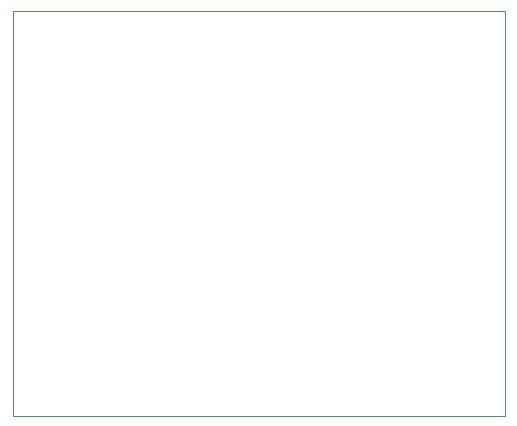
<source format=gbr>
%TF.GenerationSoftware,KiCad,Pcbnew,8.0.4*%
%TF.CreationDate,2024-07-29T14:13:33-07:00*%
%TF.ProjectId,hdmi,68646d69-2e6b-4696-9361-645f70636258,rev?*%
%TF.SameCoordinates,Original*%
%TF.FileFunction,Profile,NP*%
%FSLAX46Y46*%
G04 Gerber Fmt 4.6, Leading zero omitted, Abs format (unit mm)*
G04 Created by KiCad (PCBNEW 8.0.4) date 2024-07-29 14:13:33*
%MOMM*%
%LPD*%
G01*
G04 APERTURE LIST*
%TA.AperFunction,Profile*%
%ADD10C,0.050000*%
%TD*%
G04 APERTURE END LIST*
D10*
X119380000Y-83820000D02*
X161036000Y-83820000D01*
X161036000Y-118110000D01*
X119380000Y-118110000D01*
X119380000Y-83820000D01*
M02*

</source>
